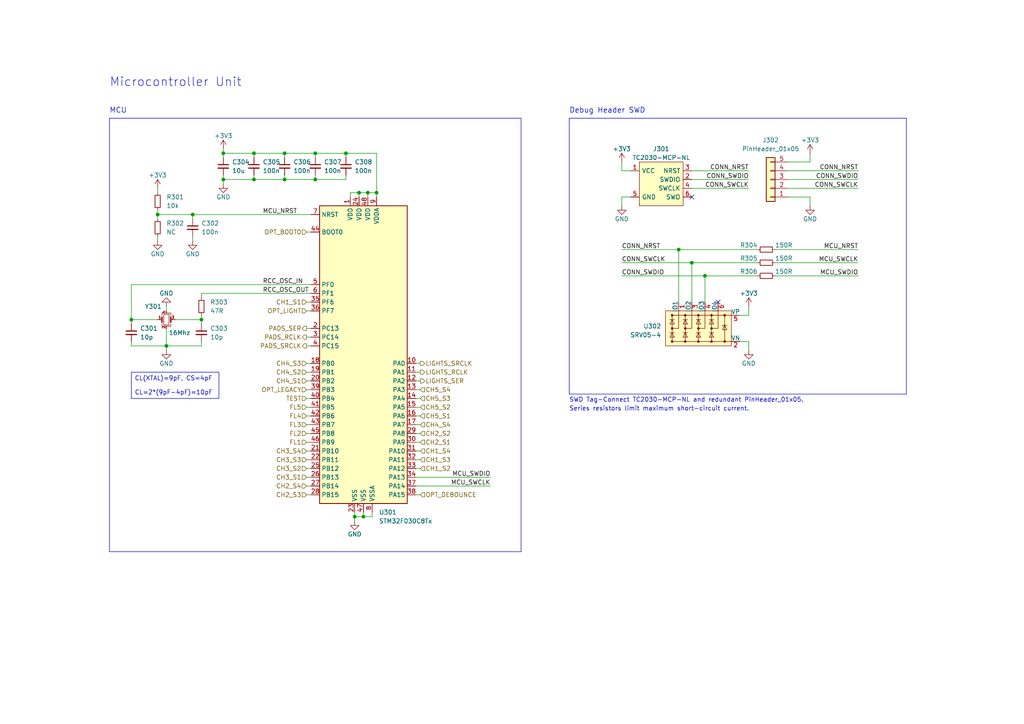
<source format=kicad_sch>
(kicad_sch (version 20230121) (generator eeschema)
  (paper "A4")
  (title_block (title "BD845-PWB SCH") (date "2023-06-14") (rev "1.1.0") (company "BlueDot Arcade, Vincenzo Fortunato") (comment 1 "bluedotarcade.com"))
  (lib_symbols
    (symbol "Connector_Generic:Conn_01x05" (pin_names (offset 1.016) hide)
      (property "Reference" "J" (at 0 7.62 0))
      (property "Value" "Conn_01x05" (at 0 -7.62 0))
      (symbol "Conn_01x05_1_1"
        (rectangle (start -1.27 -4.953) (end 0 -5.207) (stroke (width 0.1524)))
        (rectangle (start -1.27 -2.413) (end 0 -2.667) (stroke (width 0.1524)))
        (rectangle (start -1.27 0.127) (end 0 -0.127) (stroke (width 0.1524)))
        (rectangle (start -1.27 2.667) (end 0 2.413) (stroke (width 0.1524)))
        (rectangle (start -1.27 5.207) (end 0 4.953) (stroke (width 0.1524)))
        (rectangle (start -1.27 6.35) (end 1.27 -6.35) (stroke (width 0.254)) (fill (type background)))
        (pin passive line (at -5.08 5.08 0) (length 3.81) (name "Pin_1") (number "1"))
        (pin passive line (at -5.08 2.54 0) (length 3.81) (name "Pin_2") (number "2"))
        (pin passive line (at -5.08 0 0) (length 3.81) (name "Pin_3") (number "3"))
        (pin passive line (at -5.08 -2.54 0) (length 3.81) (name "Pin_4") (number "4"))
        (pin passive line (at -5.08 -5.08 0) (length 3.81) (name "Pin_5") (number "5"))
      )
    )
    (symbol "Device:C_Small" (pin_numbers hide) (pin_names (offset 0.254) hide)
      (property "Reference" "C" (at 0.254 1.778 0))
      (property "Value" "C_Small" (at 0.254 -2.032 0))
      (symbol "C_Small_0_1"
        (polyline (pts (xy -1.524 -0.508) (xy 1.524 -0.508)) (stroke (width 0.3302)))
        (polyline (pts (xy -1.524 0.508) (xy 1.524 0.508)) (stroke (width 0.3048)))
      )
      (symbol "C_Small_1_1"
        (pin passive line (at 0 2.54 270) (length 2.032) (name "~") (number "1"))
        (pin passive line (at 0 -2.54 90) (length 2.032) (name "~") (number "2"))
      )
    )
    (symbol "Device:Crystal_GND24_Small" (pin_names (offset 1.016) hide)
      (property "Reference" "Y" (at 1.27 4.445 0))
      (property "Value" "Crystal_GND24_Small" (at 1.27 2.54 0))
      (symbol "Crystal_GND24_Small_0_1"
        (rectangle (start -0.762 -1.524) (end 0.762 1.524))
        (polyline (pts (xy -1.27 -0.762) (xy -1.27 0.762)) (stroke (width 0.381)))
        (polyline (pts (xy 1.27 -0.762) (xy 1.27 0.762)) (stroke (width 0.381)))
        (polyline (pts (xy -1.27 -1.27) (xy -1.27 -1.905) (xy 1.27 -1.905) (xy 1.27 -1.27)))
        (polyline (pts (xy -1.27 1.27) (xy -1.27 1.905) (xy 1.27 1.905) (xy 1.27 1.27)))
      )
      (symbol "Crystal_GND24_Small_1_1"
        (pin passive line (at -2.54 0 0) (length 1.27) (name "1") (number "1"))
        (pin passive line (at 0 -2.54 90) (length 0.635) (name "2") (number "2"))
        (pin passive line (at 2.54 0 180) (length 1.27) (name "3") (number "3"))
        (pin passive line (at 0 2.54 270) (length 0.635) (name "4") (number "4"))
      )
    )
    (symbol "Device:R_Small" (pin_numbers hide) (pin_names (offset 0.254) hide)
      (property "Reference" "R" (at 0.762 0.508 0))
      (property "Value" "R_Small" (at 0.762 -1.016 0))
      (symbol "R_Small_0_1"
        (rectangle (start -0.762 1.778) (end 0.762 -1.778) (stroke (width 0.2032)))
      )
      (symbol "R_Small_1_1"
        (pin passive line (at 0 2.54 270) (length 0.762) (name "~") (number "1"))
        (pin passive line (at 0 -2.54 90) (length 0.762) (name "~") (number "2"))
      )
    )
    (symbol "ProjectLibrary:SRV05-4" (pin_names (offset 0))
      (property "Reference" "U" (at -7.62 -6.985 0))
      (property "Value" "SRV05-4" (at 0 -6.985 0))
      (symbol "SRV05-4_0_0"
        (polyline (pts (xy -6.985 -3.81) (xy -6.985 3.81)))
        (polyline (pts (xy -3.175 -3.81) (xy -3.175 3.81)))
        (polyline (pts (xy 0.635 -3.81) (xy 0.635 3.81)))
        (polyline (pts (xy 4.445 -3.81) (xy 4.445 3.81)))
      )
      (symbol "SRV05-4_0_1"
        (rectangle (start -8.89 5.08) (end 10.16 -5.08) (fill (type background)))
        (circle (center -6.985 -3.81) (radius 0.2794) (fill (type outline)))
        (circle (center -6.985 0) (radius 0.2794) (fill (type outline)))
        (circle (center -6.985 3.81) (radius 0.2794) (fill (type outline)))
        (circle (center -3.175 -3.81) (radius 0.2794) (fill (type outline)))
        (circle (center -3.175 0) (radius 0.2794) (fill (type outline)))
        (circle (center -3.175 3.81) (radius 0.2794) (fill (type outline)))
        (polyline (pts (xy -6.35 -1.27) (xy -7.62 -1.27)))
        (polyline (pts (xy -6.35 2.54) (xy -7.62 2.54)))
        (polyline (pts (xy -2.54 -1.27) (xy -3.81 -1.27)))
        (polyline (pts (xy -2.54 2.54) (xy -3.81 2.54)))
        (polyline (pts (xy 1.27 -1.27) (xy 0 -1.27)))
        (polyline (pts (xy 1.27 2.54) (xy 0 2.54)))
        (polyline (pts (xy 5.08 -1.27) (xy 3.81 -1.27)))
        (polyline (pts (xy 5.08 2.54) (xy 3.81 2.54)))
        (polyline (pts (xy 8.255 3.81) (xy 8.255 -3.81)))
        (polyline (pts (xy 10.16 -3.81) (xy -6.985 -3.81)))
        (polyline (pts (xy 10.16 3.81) (xy -6.985 3.81)))
        (polyline (pts (xy -6.985 0) (xy -5.08 0) (xy -5.08 5.08)))
        (polyline (pts (xy -3.175 0) (xy -1.27 0) (xy -1.27 5.08)))
        (polyline (pts (xy 0.635 0) (xy 2.54 0) (xy 2.54 5.08)))
        (polyline (pts (xy 4.445 0) (xy 6.35 0) (xy 6.35 5.08)))
        (polyline (pts (xy 8.89 0.889) (xy 7.62 0.889) (xy 7.62 0.635)))
        (polyline (pts (xy -6.35 -2.54) (xy -7.62 -2.54) (xy -6.985 -1.27) (xy -6.35 -2.54)))
        (polyline (pts (xy -6.35 1.27) (xy -7.62 1.27) (xy -6.985 2.54) (xy -6.35 1.27)))
        (polyline (pts (xy -2.54 -2.54) (xy -3.81 -2.54) (xy -3.175 -1.27) (xy -2.54 -2.54)))
        (polyline (pts (xy -2.54 1.27) (xy -3.81 1.27) (xy -3.175 2.54) (xy -2.54 1.27)))
        (polyline (pts (xy 1.27 -2.54) (xy 0 -2.54) (xy 0.635 -1.27) (xy 1.27 -2.54)))
        (polyline (pts (xy 1.27 1.27) (xy 0 1.27) (xy 0.635 2.54) (xy 1.27 1.27)))
        (polyline (pts (xy 5.08 -2.54) (xy 3.81 -2.54) (xy 4.445 -1.27) (xy 5.08 -2.54)))
        (polyline (pts (xy 5.08 1.27) (xy 3.81 1.27) (xy 4.445 2.54) (xy 5.08 1.27)))
        (polyline (pts (xy 8.89 -0.381) (xy 7.62 -0.381) (xy 8.255 0.889) (xy 8.89 -0.381)))
        (circle (center 0.635 -3.81) (radius 0.2794) (fill (type outline)))
        (circle (center 0.635 0) (radius 0.2794) (fill (type outline)))
        (circle (center 0.635 3.81) (radius 0.2794) (fill (type outline)))
        (circle (center 4.445 -3.81) (radius 0.2794) (fill (type outline)))
        (circle (center 4.445 0) (radius 0.2794) (fill (type outline)))
        (circle (center 4.445 3.81) (radius 0.2794) (fill (type outline)))
        (circle (center 8.255 -3.81) (radius 0.2794) (fill (type outline)))
        (circle (center 8.255 3.81) (radius 0.2794) (fill (type outline)))
      )
      (symbol "SRV05-4_1_1"
        (pin passive line (at -5.08 7.62 270) (length 2.54) (name "IO1") (number "1"))
        (pin passive line (at 12.7 -3.81 180) (length 2.54) (name "VN") (number "2"))
        (pin passive line (at -1.27 7.62 270) (length 2.54) (name "IO2") (number "3"))
        (pin passive line (at 2.54 7.62 270) (length 2.54) (name "IO3") (number "4"))
        (pin passive line (at 12.7 3.81 180) (length 2.54) (name "VP") (number "5"))
        (pin passive line (at 6.35 7.62 270) (length 2.54) (name "IO4") (number "6"))
      )
    )
    (symbol "ProjectLibrary:STM32F030C8Tx"
      (property "Reference" "U" (at -13.97 49.53 0))
      (property "Value" "STM32F030C8Tx" (at 6.35 49.53 0))
      (symbol "STM32F030C8Tx_0_1"
        (rectangle (start -12.7 48.26) (end 12.7 -38.1) (stroke (width 0.254)) (fill (type background)))
      )
      (symbol "STM32F030C8Tx_1_1"
        (pin power_in line (at -3.81 50.8 270) (length 2.54) (name "VDD") (number "1"))
        (pin bidirectional line (at 15.24 2.54 180) (length 2.54) (name "PA0") (number "10"))
        (pin bidirectional line (at 15.24 0 180) (length 2.54) (name "PA1") (number "11"))
        (pin bidirectional line (at 15.24 -2.54 180) (length 2.54) (name "PA2") (number "12"))
        (pin bidirectional line (at 15.24 -5.08 180) (length 2.54) (name "PA3") (number "13"))
        (pin bidirectional line (at 15.24 -7.62 180) (length 2.54) (name "PA4") (number "14"))
        (pin bidirectional line (at 15.24 -10.16 180) (length 2.54) (name "PA5") (number "15"))
        (pin bidirectional line (at 15.24 -12.7 180) (length 2.54) (name "PA6") (number "16"))
        (pin bidirectional line (at 15.24 -15.24 180) (length 2.54) (name "PA7") (number "17"))
        (pin bidirectional line (at -15.24 2.54 0) (length 2.54) (name "PB0") (number "18"))
        (pin bidirectional line (at -15.24 0 0) (length 2.54) (name "PB1") (number "19"))
        (pin bidirectional line (at -15.24 12.7 0) (length 2.54) (name "PC13") (number "2"))
        (pin bidirectional line (at -15.24 -2.54 0) (length 2.54) (name "PB2") (number "20"))
        (pin bidirectional line (at -15.24 -22.86 0) (length 2.54) (name "PB10") (number "21"))
        (pin bidirectional line (at -15.24 -25.4 0) (length 2.54) (name "PB11") (number "22"))
        (pin power_in line (at -2.54 -40.64 90) (length 2.54) (name "VSS") (number "23"))
        (pin power_in line (at -1.27 50.8 270) (length 2.54) (name "VDD") (number "24"))
        (pin bidirectional line (at -15.24 -27.94 0) (length 2.54) (name "PB12") (number "25"))
        (pin bidirectional line (at -15.24 -30.48 0) (length 2.54) (name "PB13") (number "26"))
        (pin bidirectional line (at -15.24 -33.02 0) (length 2.54) (name "PB14") (number "27"))
        (pin bidirectional line (at -15.24 -35.56 0) (length 2.54) (name "PB15") (number "28"))
        (pin bidirectional line (at 15.24 -17.78 180) (length 2.54) (name "PA8") (number "29"))
        (pin bidirectional line (at -15.24 10.16 0) (length 2.54) (name "PC14") (number "3"))
        (pin bidirectional line (at 15.24 -20.32 180) (length 2.54) (name "PA9") (number "30"))
        (pin bidirectional line (at 15.24 -22.86 180) (length 2.54) (name "PA10") (number "31"))
        (pin bidirectional line (at 15.24 -25.4 180) (length 2.54) (name "PA11") (number "32"))
        (pin bidirectional line (at 15.24 -27.94 180) (length 2.54) (name "PA12") (number "33"))
        (pin bidirectional line (at 15.24 -30.48 180) (length 2.54) (name "PA13") (number "34"))
        (pin bidirectional line (at -15.24 20.32 0) (length 2.54) (name "PF6") (number "35"))
        (pin bidirectional line (at -15.24 17.78 0) (length 2.54) (name "PF7") (number "36"))
        (pin bidirectional line (at 15.24 -33.02 180) (length 2.54) (name "PA14") (number "37"))
        (pin bidirectional line (at 15.24 -35.56 180) (length 2.54) (name "PA15") (number "38"))
        (pin bidirectional line (at -15.24 -5.08 0) (length 2.54) (name "PB3") (number "39"))
        (pin bidirectional line (at -15.24 7.62 0) (length 2.54) (name "PC15") (number "4"))
        (pin bidirectional line (at -15.24 -7.62 0) (length 2.54) (name "PB4") (number "40"))
        (pin bidirectional line (at -15.24 -10.16 0) (length 2.54) (name "PB5") (number "41"))
        (pin bidirectional line (at -15.24 -12.7 0) (length 2.54) (name "PB6") (number "42"))
        (pin bidirectional line (at -15.24 -15.24 0) (length 2.54) (name "PB7") (number "43"))
        (pin input line (at -15.24 40.64 0) (length 2.54) (name "BOOT0") (number "44"))
        (pin bidirectional line (at -15.24 -17.78 0) (length 2.54) (name "PB8") (number "45"))
        (pin bidirectional line (at -15.24 -20.32 0) (length 2.54) (name "PB9") (number "46"))
        (pin power_in line (at 0 -40.64 90) (length 2.54) (name "VSS") (number "47"))
        (pin power_in line (at 1.27 50.8 270) (length 2.54) (name "VDD") (number "48"))
        (pin input line (at -15.24 25.4 0) (length 2.54) (name "PF0") (number "5"))
        (pin input line (at -15.24 22.86 0) (length 2.54) (name "PF1") (number "6"))
        (pin input line (at -15.24 45.72 0) (length 2.54) (name "NRST") (number "7"))
        (pin power_in line (at 2.54 -40.64 90) (length 2.54) (name "VSSA") (number "8"))
        (pin power_in line (at 3.81 50.8 270) (length 2.54) (name "VDDA") (number "9"))
      )
    )
    (symbol "ProjectLibrary:TC2030-MCP-NL" (pin_names (offset 0.762))
      (property "Reference" "J" (at 1.27 10.16 0))
      (property "Value" "TC2030-MCP-NL" (at 0 7.62 0))
      (symbol "TC2030-MCP-NL_0_0"
        (pin power_out line (at 8.89 3.81 180) (length 2.54) (name "VCC") (number "1"))
        (pin passive line (at -8.89 1.27 0) (length 2.54) (name "SWDIO") (number "2"))
        (pin passive line (at -8.89 3.81 0) (length 2.54) (name "NRST") (number "3"))
        (pin passive line (at -8.89 -1.27 0) (length 2.54) (name "SWCLK") (number "4"))
        (pin power_out line (at 8.89 -3.81 180) (length 2.54) (name "GND") (number "5"))
        (pin passive line (at -8.89 -3.81 0) (length 2.54) (name "SWO") (number "6"))
      )
      (symbol "TC2030-MCP-NL_0_1"
        (rectangle (start -6.35 6.35) (end 6.35 -6.35) (fill (type background)))
      )
    )
    (symbol "power:+3V3" (power) (pin_names (offset 0))
      (property "Value" "+3V3" (at 0 3.556 0))
      (symbol "+3V3_0_1"
        (polyline (pts (xy -0.762 1.27) (xy 0 2.54)))
        (polyline (pts (xy 0 0) (xy 0 2.54)))
        (polyline (pts (xy 0 2.54) (xy 0.762 1.27)))
      )
      (symbol "+3V3_1_1"
        (pin power_in line (at 0 0 90) (length 0) hide (name "+3V3") (number "1"))
      )
    )
    (symbol "power:GND" (power) (pin_names (offset 0))
      (property "Value" "GND" (at 0 -3.81 0))
      (symbol "GND_0_1"
        (polyline (pts (xy 0 0) (xy 0 -1.27) (xy 1.27 -1.27) (xy 0 -2.54) (xy -1.27 -1.27) (xy 0 -1.27)))
      )
      (symbol "GND_1_1"
        (pin power_in line (at 0 0 270) (length 0) hide (name "GND") (number "1"))
      )
    )
  )
  (junction (at 109.22 55.88))
  (junction (at 55.88 62.23))
  (junction (at 82.55 52.07))
  (junction (at 105.41 149.86))
  (junction (at 82.55 44.45))
  (junction (at 91.44 52.07))
  (junction (at 58.42 92.71))
  (junction (at 204.47 80.01))
  (junction (at 106.68 55.88))
  (junction (at 100.33 44.45))
  (junction (at 38.1 92.71))
  (junction (at 91.44 44.45))
  (junction (at 73.66 44.45))
  (junction (at 64.77 44.45))
  (junction (at 45.72 62.23))
  (junction (at 102.87 149.86))
  (junction (at 104.14 55.88))
  (junction (at 73.66 52.07))
  (junction (at 48.26 100.33))
  (junction (at 196.85 72.39))
  (junction (at 200.66 76.2))
  (junction (at 64.77 52.07))
  (no_connect (at 208.28 87.63))
  (no_connect (at 200.66 57.15))
  (wire (pts (xy 180.34 72.39) (xy 196.85 72.39)))
  (wire (pts (xy 73.66 44.45) (xy 82.55 44.45)))
  (wire (pts (xy 109.22 44.45) (xy 109.22 55.88)))
  (wire (pts (xy 58.42 85.09) (xy 90.17 85.09)))
  (wire (pts (xy 88.9 67.31) (xy 90.17 67.31)))
  (wire (pts (xy 82.55 44.45) (xy 91.44 44.45)))
  (wire (pts (xy 88.9 118.11) (xy 90.17 118.11)))
  (wire (pts (xy 228.6 46.99) (xy 234.95 46.99)))
  (wire (pts (xy 58.42 91.44) (xy 58.42 92.71)))
  (wire (pts (xy 45.72 62.23) (xy 55.88 62.23)))
  (wire (pts (xy 45.72 54.61) (xy 45.72 55.88)))
  (wire (pts (xy 217.17 99.06) (xy 217.17 101.6)))
  (wire (pts (xy 107.95 148.59) (xy 107.95 149.86)))
  (wire (pts (xy 48.26 88.9) (xy 48.26 90.17)))
  (wire (pts (xy 214.63 99.06) (xy 217.17 99.06)))
  (polyline (pts (xy 31.75 34.29) (xy 31.75 36.83)))
  (wire (pts (xy 91.44 52.07) (xy 91.44 50.8)))
  (wire (pts (xy 45.72 60.96) (xy 45.72 62.23)))
  (wire (pts (xy 88.9 105.41) (xy 90.17 105.41)))
  (wire (pts (xy 224.79 72.39) (xy 248.92 72.39)))
  (wire (pts (xy 120.65 130.81) (xy 121.92 130.81)))
  (wire (pts (xy 120.65 107.95) (xy 121.92 107.95)))
  (wire (pts (xy 64.77 44.45) (xy 73.66 44.45)))
  (wire (pts (xy 58.42 99.06) (xy 58.42 100.33)))
  (wire (pts (xy 45.72 92.71) (xy 38.1 92.71)))
  (wire (pts (xy 82.55 52.07) (xy 91.44 52.07)))
  (wire (pts (xy 105.41 148.59) (xy 105.41 149.86)))
  (wire (pts (xy 58.42 92.71) (xy 58.42 93.98)))
  (wire (pts (xy 182.88 57.15) (xy 180.34 57.15)))
  (wire (pts (xy 120.65 120.65) (xy 121.92 120.65)))
  (wire (pts (xy 224.79 76.2) (xy 248.92 76.2)))
  (wire (pts (xy 228.6 57.15) (xy 234.95 57.15)))
  (wire (pts (xy 82.55 50.8) (xy 82.55 52.07)))
  (wire (pts (xy 234.95 57.15) (xy 234.95 59.69)))
  (wire (pts (xy 180.34 80.01) (xy 204.47 80.01)))
  (wire (pts (xy 102.87 148.59) (xy 102.87 149.86)))
  (wire (pts (xy 106.68 55.88) (xy 109.22 55.88)))
  (wire (pts (xy 120.65 143.51) (xy 121.92 143.51)))
  (wire (pts (xy 120.65 115.57) (xy 121.92 115.57)))
  (wire (pts (xy 104.14 55.88) (xy 104.14 57.15)))
  (wire (pts (xy 88.9 123.19) (xy 90.17 123.19)))
  (wire (pts (xy 38.1 82.55) (xy 90.17 82.55)))
  (wire (pts (xy 88.9 140.97) (xy 90.17 140.97)))
  (polyline (pts (xy 31.75 36.83) (xy 31.75 160.02)))
  (wire (pts (xy 88.9 128.27) (xy 90.17 128.27)))
  (wire (pts (xy 120.65 113.03) (xy 121.92 113.03)))
  (wire (pts (xy 180.34 46.99) (xy 180.34 49.53)))
  (wire (pts (xy 38.1 99.06) (xy 38.1 100.33)))
  (wire (pts (xy 64.77 52.07) (xy 64.77 53.34)))
  (wire (pts (xy 48.26 95.25) (xy 48.26 100.33)))
  (wire (pts (xy 200.66 49.53) (xy 217.17 49.53)))
  (wire (pts (xy 120.65 118.11) (xy 121.92 118.11)))
  (wire (pts (xy 200.66 52.07) (xy 217.17 52.07)))
  (wire (pts (xy 228.6 49.53) (xy 248.92 49.53)))
  (wire (pts (xy 88.9 113.03) (xy 90.17 113.03)))
  (wire (pts (xy 73.66 52.07) (xy 82.55 52.07)))
  (wire (pts (xy 55.88 62.23) (xy 55.88 63.5)))
  (wire (pts (xy 88.9 120.65) (xy 90.17 120.65)))
  (wire (pts (xy 88.9 100.33) (xy 90.17 100.33)))
  (polyline (pts (xy 31.75 160.02) (xy 151.13 160.02)))
  (wire (pts (xy 45.72 62.23) (xy 45.72 63.5)))
  (wire (pts (xy 120.65 135.89) (xy 121.92 135.89)))
  (wire (pts (xy 204.47 80.01) (xy 219.71 80.01)))
  (wire (pts (xy 55.88 68.58) (xy 55.88 69.85)))
  (wire (pts (xy 120.65 125.73) (xy 121.92 125.73)))
  (wire (pts (xy 196.85 72.39) (xy 196.85 87.63)))
  (wire (pts (xy 82.55 44.45) (xy 82.55 45.72)))
  (wire (pts (xy 101.6 55.88) (xy 101.6 57.15)))
  (wire (pts (xy 200.66 54.61) (xy 217.17 54.61)))
  (wire (pts (xy 105.41 149.86) (xy 107.95 149.86)))
  (wire (pts (xy 38.1 92.71) (xy 38.1 93.98)))
  (wire (pts (xy 224.79 80.01) (xy 248.92 80.01)))
  (wire (pts (xy 88.9 110.49) (xy 90.17 110.49)))
  (wire (pts (xy 120.65 138.43) (xy 142.24 138.43)))
  (wire (pts (xy 102.87 149.86) (xy 102.87 151.13)))
  (wire (pts (xy 228.6 52.07) (xy 248.92 52.07)))
  (polyline (pts (xy 262.89 114.3) (xy 262.89 34.29)))
  (wire (pts (xy 120.65 110.49) (xy 121.92 110.49)))
  (wire (pts (xy 100.33 44.45) (xy 109.22 44.45)))
  (wire (pts (xy 38.1 82.55) (xy 38.1 92.71)))
  (wire (pts (xy 234.95 44.45) (xy 234.95 46.99)))
  (wire (pts (xy 91.44 44.45) (xy 100.33 44.45)))
  (wire (pts (xy 88.9 143.51) (xy 90.17 143.51)))
  (wire (pts (xy 228.6 54.61) (xy 248.92 54.61)))
  (wire (pts (xy 88.9 107.95) (xy 90.17 107.95)))
  (wire (pts (xy 101.6 55.88) (xy 104.14 55.88)))
  (wire (pts (xy 102.87 149.86) (xy 105.41 149.86)))
  (wire (pts (xy 120.65 140.97) (xy 142.24 140.97)))
  (polyline (pts (xy 165.1 34.29) (xy 165.1 114.3)))
  (wire (pts (xy 120.65 123.19) (xy 121.92 123.19)))
  (wire (pts (xy 106.68 55.88) (xy 106.68 57.15)))
  (wire (pts (xy 88.9 133.35) (xy 90.17 133.35)))
  (wire (pts (xy 214.63 91.44) (xy 217.17 91.44)))
  (wire (pts (xy 120.65 133.35) (xy 121.92 133.35)))
  (polyline (pts (xy 165.1 34.29) (xy 262.89 34.29)))
  (wire (pts (xy 64.77 52.07) (xy 73.66 52.07)))
  (wire (pts (xy 73.66 44.45) (xy 73.66 45.72)))
  (wire (pts (xy 180.34 76.2) (xy 200.66 76.2)))
  (wire (pts (xy 88.9 97.79) (xy 90.17 97.79)))
  (wire (pts (xy 120.65 128.27) (xy 121.92 128.27)))
  (wire (pts (xy 196.85 72.39) (xy 219.71 72.39)))
  (wire (pts (xy 88.9 87.63) (xy 90.17 87.63)))
  (wire (pts (xy 109.22 55.88) (xy 109.22 57.15)))
  (wire (pts (xy 88.9 125.73) (xy 90.17 125.73)))
  (wire (pts (xy 88.9 90.17) (xy 90.17 90.17)))
  (wire (pts (xy 88.9 115.57) (xy 90.17 115.57)))
  (wire (pts (xy 180.34 49.53) (xy 182.88 49.53)))
  (wire (pts (xy 38.1 100.33) (xy 48.26 100.33)))
  (wire (pts (xy 55.88 62.23) (xy 90.17 62.23)))
  (wire (pts (xy 200.66 76.2) (xy 219.71 76.2)))
  (polyline (pts (xy 151.13 34.29) (xy 31.75 34.29)))
  (wire (pts (xy 200.66 87.63) (xy 200.66 76.2)))
  (wire (pts (xy 64.77 44.45) (xy 64.77 45.72)))
  (wire (pts (xy 48.26 100.33) (xy 58.42 100.33)))
  (wire (pts (xy 91.44 44.45) (xy 91.44 45.72)))
  (wire (pts (xy 88.9 95.25) (xy 90.17 95.25)))
  (wire (pts (xy 120.65 105.41) (xy 121.92 105.41)))
  (wire (pts (xy 50.8 92.71) (xy 58.42 92.71)))
  (wire (pts (xy 88.9 135.89) (xy 90.17 135.89)))
  (wire (pts (xy 204.47 80.01) (xy 204.47 87.63)))
  (wire (pts (xy 45.72 68.58) (xy 45.72 69.85)))
  (polyline (pts (xy 165.1 114.3) (xy 262.89 114.3)))
  (wire (pts (xy 217.17 88.9) (xy 217.17 91.44)))
  (polyline (pts (xy 151.13 160.02) (xy 151.13 34.29)))
  (wire (pts (xy 104.14 55.88) (xy 106.68 55.88)))
  (wire (pts (xy 100.33 52.07) (xy 100.33 50.8)))
  (wire (pts (xy 91.44 52.07) (xy 100.33 52.07)))
  (wire (pts (xy 64.77 43.18) (xy 64.77 44.45)))
  (wire (pts (xy 48.26 101.6) (xy 48.26 100.33)))
  (wire (pts (xy 64.77 50.8) (xy 64.77 52.07)))
  (wire (pts (xy 58.42 85.09) (xy 58.42 86.36)))
  (wire (pts (xy 73.66 50.8) (xy 73.66 52.07)))
  (wire (pts (xy 88.9 130.81) (xy 90.17 130.81)))
  (wire (pts (xy 88.9 138.43) (xy 90.17 138.43)))
  (wire (pts (xy 180.34 57.15) (xy 180.34 59.69)))
  (wire (pts (xy 100.33 44.45) (xy 100.33 45.72)))
  (text_box "CL(XTAL)=9pF, CS=4pF\n\nCL=2*(9pF-4pF)=10pF\n\n\n\n" (at 38.1 107.95 0) (size 25.4 7.62) (effects (font (size 1.27 1.27)) (justify left top)))
  (text "Series resistors limit maximum short-circuit current.\n" (at 165.1 119.38 0) (effects (font (size 1.27 1.27)) (justify left bottom)))
  (text "SWD Tag-Connect TC2030-MCP-NL and redundant PinHeader_01x05.\n" (at 165.1 116.84 0) (effects (font (size 1.27 1.27)) (justify left bottom)))
  (text "MCU" (at 31.75 33.02 0) (effects (font (size 1.524 1.524)) (justify left bottom)))
  (text "Microcontroller Unit" (at 31.75 25.4 0) (effects (font (size 2.54 2.54)) (justify left bottom)))
  (text "Debug Header SWD" (at 165.1 33.02 0) (effects (font (size 1.524 1.524)) (justify left bottom)))
  (label "RCC_OSC_IN" (at 76.2 82.55 0))
  (label "CONN_NRST" (at 180.34 72.39 0))
  (label "MCU_SWCLK" (at 142.24 140.97 180))
  (label "CONN_SWDIO" (at 217.17 52.07 180))
  (label "MCU_SWDIO" (at 142.24 138.43 180))
  (label "CONN_SWCLK" (at 180.34 76.2 0))
  (label "MCU_NRST" (at 248.92 72.39 180))
  (label "CONN_SWCLK" (at 248.92 54.61 180))
  (label "CONN_NRST" (at 217.17 49.53 180))
  (label "MCU_NRST" (at 76.2 62.23 0))
  (label "MCU_SWDIO" (at 248.92 80.01 180))
  (label "CONN_SWDIO" (at 248.92 52.07 180))
  (label "CONN_NRST" (at 248.92 49.53 180))
  (label "CONN_SWDIO" (at 180.34 80.01 0))
  (label "MCU_SWCLK" (at 248.92 76.2 180))
  (label "CONN_SWCLK" (at 217.17 54.61 180))
  (label "RCC_OSC_OUT" (at 76.2 85.09 0))
  (hierarchical_label "LIGHTS_RCLK" (shape output) (at 121.92 107.95 0))
  (hierarchical_label "CH1_S4" (shape input) (at 121.92 130.81 0))
  (hierarchical_label "CH5_S4" (shape input) (at 121.92 113.03 0))
  (hierarchical_label "OPT_DEBOUNCE" (shape input) (at 121.92 143.51 0))
  (hierarchical_label "CH3_S2" (shape input) (at 88.9 135.89 180))
  (hierarchical_label "CH2_S2" (shape input) (at 121.92 125.73 0))
  (hierarchical_label "CH1_S1" (shape input) (at 88.9 87.63 180))
  (hierarchical_label "LIGHTS_SRCLK" (shape output) (at 121.92 105.41 0))
  (hierarchical_label "TEST" (shape input) (at 88.9 115.57 180))
  (hierarchical_label "PADS_SRCLK" (shape output) (at 88.9 100.33 180))
  (hierarchical_label "CH1_S2" (shape input) (at 121.92 135.89 0))
  (hierarchical_label "FL1" (shape input) (at 88.9 128.27 180))
  (hierarchical_label "CH4_S2" (shape input) (at 88.9 107.95 180))
  (hierarchical_label "FL3" (shape input) (at 88.9 123.19 180))
  (hierarchical_label "LIGHTS_SER" (shape output) (at 121.92 110.49 0))
  (hierarchical_label "CH4_S3" (shape input) (at 88.9 105.41 180))
  (hierarchical_label "CH2_S3" (shape input) (at 88.9 143.51 180))
  (hierarchical_label "FL4" (shape input) (at 88.9 120.65 180))
  (hierarchical_label "CH1_S3" (shape input) (at 121.92 133.35 0))
  (hierarchical_label "FL5" (shape input) (at 88.9 118.11 180))
  (hierarchical_label "FL2" (shape input) (at 88.9 125.73 180))
  (hierarchical_label "PADS_SER" (shape output) (at 88.9 95.25 180))
  (hierarchical_label "OPT_LEGACY" (shape input) (at 88.9 113.03 180))
  (hierarchical_label "OPT_BOOT0" (shape input) (at 88.9 67.31 180))
  (hierarchical_label "CH3_S1" (shape input) (at 88.9 138.43 180))
  (hierarchical_label "CH4_S1" (shape input) (at 88.9 110.49 180))
  (hierarchical_label "CH5_S1" (shape input) (at 121.92 120.65 0))
  (hierarchical_label "CH2_S4" (shape input) (at 88.9 140.97 180))
  (hierarchical_label "CH5_S3" (shape input) (at 121.92 115.57 0))
  (hierarchical_label "CH3_S4" (shape input) (at 88.9 130.81 180))
  (hierarchical_label "OPT_LIGHT" (shape input) (at 88.9 90.17 180))
  (hierarchical_label "PADS_RCLK" (shape output) (at 88.9 97.79 180))
  (hierarchical_label "CH2_S1" (shape input) (at 121.92 128.27 0))
  (hierarchical_label "CH5_S2" (shape input) (at 121.92 118.11 0))
  (hierarchical_label "CH3_S3" (shape input) (at 88.9 133.35 180))
  (hierarchical_label "CH4_S4" (shape input) (at 121.92 123.19 0))
  (symbol (lib_id "power:GND") (at 45.72 69.85 0) (unit 1)
    (property "Reference" "#PWR?" (effects hide))
    (property "Value" "GND" (at 45.72 73.66 0))
    (instances (project "bd845-pwb" (path "" (reference "#PWR?") (unit 1)) (path "" (reference "#PWR0142") (unit 1))))
  )
  (symbol (lib_id "power:GND") (at 234.95 59.69 0) (unit 1)
    (property "Reference" "#PWR?" (effects hide))
    (property "Value" "GND" (at 234.95 63.5 0))
    (instances (project "bd845-pwb" (path "" (reference "#PWR?") (unit 1)) (path "" (reference "#PWR0133") (unit 1))))
  )
  (symbol (lib_id "Device:C_Small") (at 82.55 48.26 0) (unit 1)
    (property "Reference" "C306" (at 85.09 46.99 0) (effects (justify left)))
    (property "Value" "100n" (at 85.09 49.53 0) (effects (justify left)))
    (property "Footprint" "Capacitor_SMD:C_0603_1608Metric" (effects hide))
    (property "JLCPCB Part #" "C14663" (effects hide))
  )
  (symbol (lib_id "Device:R_Small") (at 222.25 76.2 90) (unit 1)
    (property "Reference" "R305" (at 214.63 74.93 90) (effects (justify right)))
    (property "Value" "150R" (at 224.79 74.93 90) (effects (justify right)))
    (property "Footprint" "Resistor_SMD:R_0603_1608Metric" (effects hide))
    (property "JLCPCB Part #" "C22808" (effects hide))
  )
  (symbol (lib_id "Device:C_Small") (at 38.1 96.52 0) (unit 1)
    (property "Reference" "C301" (at 40.64 95.25 0) (effects (justify left)))
    (property "Value" "10p" (at 40.64 97.79 0) (effects (justify left)))
    (property "Footprint" "Capacitor_SMD:C_0603_1608Metric" (effects hide))
    (property "JLCPCB Part #" "C1634" (effects hide))
  )
  (symbol (lib_id "power:GND") (at 64.77 53.34 0) (unit 1)
    (property "Reference" "#PWR?" (effects hide))
    (property "Value" "GND" (at 64.77 57.15 0))
    (instances (project "bd845-pwb" (path "" (reference "#PWR?") (unit 1)) (path "" (reference "#PWR0138") (unit 1))))
  )
  (symbol (lib_id "Device:C_Small") (at 58.42 96.52 0) (unit 1)
    (property "Reference" "C303" (at 60.96 95.25 0) (effects (justify left)))
    (property "Value" "10p" (at 60.96 97.79 0) (effects (justify left)))
    (property "Footprint" "Capacitor_SMD:C_0603_1608Metric" (effects hide))
    (property "JLCPCB Part #" "C1634" (effects hide))
  )
  (symbol (lib_id "Device:R_Small") (at 222.25 72.39 90) (unit 1)
    (property "Reference" "R304" (at 214.63 71.12 90) (effects (justify right)))
    (property "Value" "150R" (at 224.79 71.12 90) (effects (justify right)))
    (property "Footprint" "Resistor_SMD:R_0603_1608Metric" (effects hide))
    (property "JLCPCB Part #" "C22808" (effects hide))
  )
  (symbol (lib_id "Device:R_Small") (at 45.72 58.42 0) (unit 1)
    (property "Reference" "R301" (at 48.26 57.15 0) (effects (justify left)))
    (property "Value" "10k" (at 48.26 59.69 0) (effects (justify left)))
    (property "Footprint" "Resistor_SMD:R_0603_1608Metric" (effects hide))
    (property "JLCPCB Part #" "C25804" (effects hide))
  )
  (symbol (lib_id "power:GND") (at 55.88 69.85 0) (unit 1)
    (property "Reference" "#PWR?" (effects hide))
    (property "Value" "GND" (at 55.88 73.66 0))
    (instances (project "bd845-pwb" (path "" (reference "#PWR?") (unit 1)) (path "" (reference "#PWR0143") (unit 1))))
  )
  (symbol (lib_id "power:+3V3") (at 64.77 43.18 0) (unit 1)
    (property "Reference" "#PWR0137" (effects hide))
    (property "Value" "+3V3" (at 64.77 39.37 0))
  )
  (symbol (lib_id "power:+3V3") (at 45.72 54.61 0) (unit 1)
    (property "Reference" "#PWR0139" (effects hide))
    (property "Value" "+3V3" (at 45.72 50.8 0))
  )
  (symbol (lib_id "power:GND") (at 48.26 101.6 0) (unit 1)
    (property "Reference" "#PWR?" (effects hide))
    (property "Value" "GND" (at 48.26 105.41 0))
    (instances (project "bd845-pwb" (path "" (reference "#PWR?") (unit 1)) (path "" (reference "#PWR0140") (unit 1))))
  )
  (symbol (lib_id "Device:C_Small") (at 55.88 66.04 0) (unit 1)
    (property "Reference" "C302" (at 58.42 64.77 0) (effects (justify left)))
    (property "Value" "100n" (at 58.42 67.31 0) (effects (justify left)))
    (property "Footprint" "Capacitor_SMD:C_0603_1608Metric" (effects hide))
    (property "JLCPCB Part #" "C14663" (effects hide))
  )
  (symbol (lib_id "ProjectLibrary:SRV05-4") (at 201.93 95.25 0) (unit 1)
    (property "Reference" "U302" (at 191.77 94.615 0) (effects (justify right)))
    (property "Value" "SRV05-4" (at 191.77 97.155 0) (effects (justify right)))
    (property "Footprint" "Package_TO_SOT_SMD:SOT-23-6" (effects hide))
    (property "Datasheet" "http://www.onsemi.com/pub/Collateral/SRV05-4-D.PDF" (effects hide))
    (property "JLCPCB Part #" "C85364" (effects hide))
  )
  (symbol (lib_id "power:GND") (at 180.34 59.69 0) (unit 1)
    (property "Reference" "#PWR?" (effects hide))
    (property "Value" "GND" (at 180.34 63.5 0))
    (instances (project "bd845-pwb" (path "" (reference "#PWR?") (unit 1)) (path "" (reference "#PWR0134") (unit 1))))
  )
  (symbol (lib_id "ProjectLibrary:STM32F030C8Tx") (at 105.41 107.95 0) (unit 1)
    (property "Reference" "U301" (at 109.9059 148.59 0) (effects (justify left)))
    (property "Value" "STM32F030C8Tx" (at 109.9059 151.13 0) (effects (justify left)))
    (property "Footprint" "Package_QFP:LQFP-48_7x7mm_P0.5mm" (effects hide))
    (property "Datasheet" "http://www.st.com/st-web-ui/static/active/en/resource/technical/document/datasheet/DM00088500.pdf" (effects hide))
    (property "JLCPCB Part #" "C23922" (effects hide))
  )
  (symbol (lib_id "Device:C_Small") (at 73.66 48.26 0) (unit 1)
    (property "Reference" "C305" (at 76.2 46.99 0) (effects (justify left)))
    (property "Value" "100n" (at 76.2 49.53 0) (effects (justify left)))
    (property "Footprint" "Capacitor_SMD:C_0603_1608Metric" (effects hide))
    (property "JLCPCB Part #" "C14663" (effects hide))
  )
  (symbol (lib_id "Device:Crystal_GND24_Small") (at 48.26 92.71 0) (unit 1)
    (property "Reference" "Y301" (at 44.45 88.9 0))
    (property "Value" "16Mhz" (at 52.07 96.52 0))
    (property "Footprint" "Crystal:Crystal_SMD_3225-4Pin_3.2x2.5mm" (effects hide))
    (property "JLCPCB Part #" "C13738" (effects hide))
  )
  (symbol (lib_id "Device:C_Small") (at 91.44 48.26 0) (unit 1)
    (property "Reference" "C307" (at 93.98 46.99 0) (effects (justify left)))
    (property "Value" "100n" (at 93.98 49.53 0) (effects (justify left)))
    (property "Footprint" "Capacitor_SMD:C_0603_1608Metric" (effects hide))
    (property "JLCPCB Part #" "C14663" (effects hide))
  )
  (symbol (lib_id "Device:C_Small") (at 100.33 48.26 0) (unit 1)
    (property "Reference" "C308" (at 102.87 46.99 0) (effects (justify left)))
    (property "Value" "100n" (at 102.87 49.53 0) (effects (justify left)))
    (property "Footprint" "Capacitor_SMD:C_0603_1608Metric" (effects hide))
    (property "JLCPCB Part #" "C14663" (effects hide))
  )
  (symbol (lib_id "power:+3V3") (at 180.34 46.99 0) (unit 1)
    (property "Reference" "#PWR0135" (effects hide))
    (property "Value" "+3V3" (at 180.34 43.18 0))
  )
  (symbol (lib_id "power:GND") (at 102.87 151.13 0) (unit 1)
    (property "Reference" "#PWR?" (effects hide))
    (property "Value" "GND" (at 102.87 154.94 0))
    (instances (project "bd845-pwb" (path "" (reference "#PWR?") (unit 1)) (path "" (reference "#PWR0144") (unit 1))))
  )
  (symbol (lib_id "power:GND") (at 48.26 88.9 180) (unit 1)
    (property "Reference" "#PWR?" (effects hide))
    (property "Value" "GND" (at 48.26 85.09 0))
    (instances (project "bd845-pwb" (path "" (reference "#PWR?") (unit 1)) (path "" (reference "#PWR0141") (unit 1))))
  )
  (symbol (lib_id "power:GND") (at 217.17 101.6 0) (unit 1)
    (property "Reference" "#PWR?" (effects hide))
    (property "Value" "GND" (at 217.17 105.41 0))
    (instances (project "bd845-pwb" (path "" (reference "#PWR?") (unit 1)) (path "" (reference "#PWR0136") (unit 1))))
  )
  (symbol (lib_id "Connector_Generic:Conn_01x05") (at 223.52 52.07 180) (unit 1)
    (property "Reference" "J302" (at 223.52 40.64 0))
    (property "Value" "PinHeader_01x05" (at 223.52 43.18 0))
    (property "Footprint" "Connector_PinHeader_2.54mm:PinHeader_1x05_P2.54mm_Vertical" (effects hide))
  )
  (symbol (lib_id "power:+3V3") (at 234.95 44.45 0) (unit 1)
    (property "Reference" "#PWR0131" (effects hide))
    (property "Value" "+3V3" (at 234.95 40.64 0))
  )
  (symbol (lib_id "Device:C_Small") (at 64.77 48.26 0) (unit 1)
    (property "Reference" "C304" (at 67.31 46.99 0) (effects (justify left)))
    (property "Value" "10u" (at 67.31 49.53 0) (effects (justify left)))
    (property "Footprint" "Capacitor_SMD:C_0603_1608Metric" (effects hide))
    (property "JLCPCB Part #" "C96446" (effects hide))
  )
  (symbol (lib_id "Device:R_Small") (at 222.25 80.01 90) (unit 1)
    (property "Reference" "R306" (at 214.63 78.74 90) (effects (justify right)))
    (property "Value" "150R" (at 224.79 78.74 90) (effects (justify right)))
    (property "Footprint" "Resistor_SMD:R_0603_1608Metric" (effects hide))
    (property "JLCPCB Part #" "C22808" (effects hide))
  )
  (symbol (lib_id "ProjectLibrary:TC2030-MCP-NL") (at 191.77 53.34 0) (mirror y) (unit 1)
    (property "Reference" "J301" (at 191.77 43.18 0))
    (property "Value" "TC2030-MCP-NL" (at 191.77 45.72 0))
    (property "Footprint" "Connector:Tag-Connect_TC2030-IDC-NL_2x03_P1.27mm_Vertical" (effects hide))
    (property "Datasheet" "http://ww1.microchip.com/downloads/en/DeviceDoc/TC2030-MCP-NL_PCB_Footprint_RevD.pdf" (effects hide))
    (property "Description" "TC2030-MCP-NL PCB Footprint (no legs)" (effects hide))
    (property "Manufacturer_Name" "Microchip" (effects hide))
    (property "Manufacturer_Part_Number" "TC2030-MCP-NL" (effects hide))
    (property "Mouser Part Number" "579-TC2030-MCP-NL" (effects hide))
    (property "Mouser Price/Stock" "https://www.mouser.co.uk/ProductDetail/Microchip-Technology/TC2030-MCP-NL?qs=vpV3rcoeaPNaPItFBtR60A%3D%3D" (effects hide))
    (property "Arrow Part Number" "TC2030-MCP-NL" (effects hide))
    (property "Arrow Price/Stock" "https://www.arrow.com/en/products/tc2030-mcp-nl/microchip-technology?region=nac" (effects hide))
  )
  (symbol (lib_id "Device:R_Small") (at 45.72 66.04 0) (unit 1)
    (property "Reference" "R302" (at 48.26 64.77 0) (effects (justify left)))
    (property "Value" "NC" (at 48.26 67.31 0) (effects (justify left)))
    (property "Footprint" "Resistor_SMD:R_0603_1608Metric" (effects hide))
  )
  (symbol (lib_id "power:+3V3") (at 217.17 88.9 0) (unit 1)
    (property "Reference" "#PWR0132" (effects hide))
    (property "Value" "+3V3" (at 217.17 85.09 0))
  )
  (symbol (lib_id "Device:R_Small") (at 58.42 88.9 0) (unit 1)
    (property "Reference" "R303" (at 60.96 87.63 0) (effects (justify left)))
    (property "Value" "47R" (at 60.96 90.17 0) (effects (justify left)))
    (property "Footprint" "Resistor_SMD:R_0603_1608Metric" (effects hide))
    (property "JLCPCB Part #" "C23182" (effects hide))
  )
)
</source>
